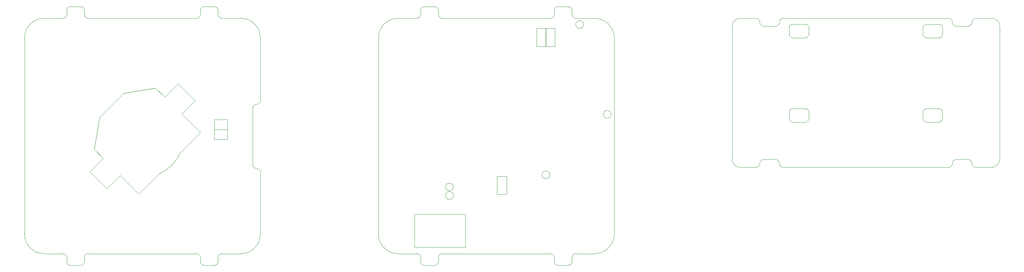
<source format=gbr>
%TF.GenerationSoftware,KiCad,Pcbnew,7.0.2*%
%TF.CreationDate,2023-05-26T09:26:57+02:00*%
%TF.ProjectId,kleinvoet,6b6c6569-6e76-46f6-9574-2e6b69636164,C*%
%TF.SameCoordinates,Original*%
%TF.FileFunction,Other,User*%
%FSLAX46Y46*%
G04 Gerber Fmt 4.6, Leading zero omitted, Abs format (unit mm)*
G04 Created by KiCad (PCBNEW 7.0.2) date 2023-05-26 09:26:57*
%MOMM*%
%LPD*%
G01*
G04 APERTURE LIST*
%ADD10C,0.050000*%
%TA.AperFunction,Profile*%
%ADD11C,0.050000*%
%TD*%
G04 APERTURE END LIST*
D10*
%TO.C,TP902*%
X173200000Y-56500000D02*
G75*
G03*
X173200000Y-56500000I-1000000J0D01*
G01*
%TO.C,JP401*%
X156450000Y-34550000D02*
X158950000Y-34550000D01*
X156450000Y-34550000D02*
X156450000Y-39150000D01*
X158950000Y-39150000D02*
X158950000Y-34550000D01*
X158950000Y-39150000D02*
X156450000Y-39150000D01*
%TO.C,JP402*%
X154250000Y-34550000D02*
X156750000Y-34550000D01*
X154250000Y-34550000D02*
X154250000Y-39150000D01*
X156750000Y-39150000D02*
X156750000Y-34550000D01*
X156750000Y-39150000D02*
X154250000Y-39150000D01*
%TO.C,TP406*%
X133075000Y-77175000D02*
G75*
G03*
X133075000Y-77175000I-1000000J0D01*
G01*
%TO.C,TP407*%
X133075000Y-75025000D02*
G75*
G03*
X133075000Y-75025000I-1000000J0D01*
G01*
%TO.C,TP904*%
X166200000Y-33600000D02*
G75*
G03*
X166200000Y-33600000I-1000000J0D01*
G01*
%TO.C,J202*%
X136150000Y-90450000D02*
X123150000Y-90450000D01*
X136150000Y-81950000D02*
X136150000Y-90450000D01*
X123150000Y-90450000D02*
X123150000Y-81950000D01*
X123150000Y-81950000D02*
X136150000Y-81950000D01*
%TO.C,JP1401*%
X144150000Y-72300000D02*
X146650000Y-72300000D01*
X144150000Y-72300000D02*
X144150000Y-76900000D01*
X146650000Y-76900000D02*
X146650000Y-72300000D01*
X146650000Y-76900000D02*
X144150000Y-76900000D01*
%TO.C,JP2*%
X75600000Y-57825000D02*
X75600000Y-60325000D01*
X75600000Y-57825000D02*
X72300000Y-57825000D01*
X72300000Y-60325000D02*
X75600000Y-60325000D01*
X72300000Y-60325000D02*
X72300000Y-57825000D01*
%TO.C,TP903*%
X157600000Y-71900000D02*
G75*
G03*
X157600000Y-71900000I-1000000J0D01*
G01*
%TO.C,BT301*%
X40635682Y-71092211D02*
X44949033Y-75405562D01*
X44949033Y-75405562D02*
X48343146Y-72011450D01*
X41696342Y-65364646D02*
X44029794Y-67698098D01*
X44029794Y-67698098D02*
X40635682Y-71092211D01*
X48343146Y-72011450D02*
X53116117Y-76784420D01*
X53116117Y-76784420D02*
X58171930Y-71728607D01*
X43110556Y-57232918D02*
X41696342Y-65364646D01*
X49191674Y-51151800D02*
X43110556Y-57232918D01*
X57323402Y-49737586D02*
X49191674Y-51151800D01*
X59656854Y-52071038D02*
X57323402Y-49737586D01*
X63970206Y-56384390D02*
X67364318Y-52990277D01*
X68743176Y-61157361D02*
X63687363Y-66213174D01*
X68743176Y-61157361D02*
X63970206Y-56384390D01*
X63050967Y-48676926D02*
X59656854Y-52071038D01*
X67364318Y-52990277D02*
X63050967Y-48676926D01*
X58171930Y-71728607D02*
G75*
G03*
X63687363Y-66213174I-4171926J9687359D01*
G01*
%TO.C,JP1*%
X75600000Y-60375000D02*
X75600000Y-62875000D01*
X75600000Y-60375000D02*
X72300000Y-60375000D01*
X72300000Y-62875000D02*
X75600000Y-62875000D01*
X72300000Y-62875000D02*
X72300000Y-60375000D01*
%TD*%
D11*
X169000000Y-92000000D02*
G75*
G03*
X174000000Y-87000000I0J5000000D01*
G01*
X174000000Y-37000000D02*
G75*
G03*
X169000000Y-32000000I-5000000J0D01*
G01*
X174000000Y-87000000D02*
X174000000Y-37000000D01*
X169000000Y-32000000D02*
X164500000Y-32000000D01*
X114000000Y-87000000D02*
G75*
G03*
X119000000Y-92000000I5000000J0D01*
G01*
X119000000Y-32000000D02*
G75*
G03*
X114000000Y-37000000I0J-5000000D01*
G01*
X164500000Y-92000000D02*
X169000000Y-92000000D01*
X33500000Y-32000000D02*
X29000000Y-32000000D01*
X24000000Y-37000000D02*
X24000000Y-87000000D01*
X79000000Y-92000000D02*
G75*
G03*
X84000000Y-87000000I0J5000000D01*
G01*
X24000000Y-87000000D02*
G75*
G03*
X29000000Y-92000000I5000000J0D01*
G01*
X29000000Y-32000000D02*
G75*
G03*
X24000000Y-37000000I0J-5000000D01*
G01*
X29000000Y-92000000D02*
X33500000Y-92000000D01*
X83999937Y-36975063D02*
G75*
G03*
X79000001Y-31975063I-4999937J63D01*
G01*
X124750000Y-93000000D02*
X124750000Y-94000000D01*
X129250000Y-93000000D02*
X129250000Y-94000000D01*
X130500000Y-92000000D02*
X130250000Y-92000000D01*
X123750000Y-92000000D02*
X123500000Y-92000000D01*
X74500000Y-92000000D02*
X74250000Y-92000000D01*
X124750000Y-93000000D02*
G75*
G03*
X123750000Y-92000000I-1000000J0D01*
G01*
X130250000Y-92000000D02*
G75*
G03*
X129250000Y-93000000I0J-1000000D01*
G01*
X123500000Y-92000000D02*
X119000000Y-92000000D01*
X128250000Y-95000000D02*
G75*
G03*
X129250000Y-94000000I0J1000000D01*
G01*
X74250000Y-92000000D02*
G75*
G03*
X73250000Y-93000000I0J-1000000D01*
G01*
X68750000Y-93000000D02*
G75*
G03*
X67750000Y-92000000I-1000000J0D01*
G01*
X68750000Y-94000000D02*
G75*
G03*
X69750000Y-95000000I1000000J0D01*
G01*
X72250000Y-95000000D02*
X69750000Y-95000000D01*
X72250000Y-95000000D02*
G75*
G03*
X73250000Y-94000000I0J1000000D01*
G01*
X68750000Y-93000000D02*
X68750000Y-94000000D01*
X73250000Y-93000000D02*
X73250000Y-94000000D01*
X157500000Y-92000000D02*
X130500000Y-92000000D01*
X40201249Y-92000000D02*
X67750000Y-92000000D01*
X74500000Y-92000000D02*
X79000000Y-92000000D01*
X40500000Y-32000000D02*
X67500000Y-32000000D01*
X74500000Y-32000000D02*
X79000001Y-31975063D01*
X157500000Y-32000000D02*
X130500000Y-32000000D01*
X123500000Y-32000000D02*
X119000000Y-32000000D01*
X114000000Y-37000000D02*
X114000000Y-87000000D01*
X84000000Y-71250000D02*
X84000000Y-87000000D01*
X128250000Y-95000000D02*
X125750000Y-95000000D01*
X257500000Y-34500000D02*
G75*
G03*
X256500000Y-33500000I-1000000J0D01*
G01*
X260000000Y-33000000D02*
G75*
G03*
X261000000Y-34000000I1000000J0D01*
G01*
X253500000Y-58500000D02*
X256500000Y-58500000D01*
X211000000Y-33000000D02*
G75*
G03*
X212000000Y-34000000I1000000J0D01*
G01*
X82000000Y-69250000D02*
G75*
G03*
X83000000Y-70250000I1000000J0D01*
G01*
X162250000Y-95000000D02*
G75*
G03*
X163250000Y-94000000I0J1000000D01*
G01*
X158750000Y-31000000D02*
X158750000Y-30000000D01*
X73250000Y-30000000D02*
G75*
G03*
X72250000Y-29000000I-1000000J0D01*
G01*
X163250000Y-93000000D02*
X163250000Y-94000000D01*
X218500000Y-56000000D02*
X218500000Y-57500000D01*
X35750000Y-29000000D02*
G75*
G03*
X34750000Y-30000000I0J-1000000D01*
G01*
X157750000Y-92000000D02*
X157500000Y-92000000D01*
X74250000Y-32000000D02*
X74500000Y-32000000D01*
X222500000Y-58500000D02*
G75*
G03*
X223500000Y-57500000I0J1000000D01*
G01*
X272000000Y-55000000D02*
X272000000Y-34000000D01*
X264000000Y-34000000D02*
G75*
G03*
X265000000Y-33000000I0J1000000D01*
G01*
X252500000Y-56000000D02*
X252500000Y-57500000D01*
X39250000Y-93000000D02*
X39250000Y-94000000D01*
X252500000Y-57500000D02*
G75*
G03*
X253500000Y-58500000I1000000J0D01*
G01*
X157500000Y-32000000D02*
X157750000Y-32000000D01*
X163250000Y-30000000D02*
G75*
G03*
X162250000Y-29000000I-1000000J0D01*
G01*
X67750000Y-32000000D02*
G75*
G03*
X68750000Y-31000000I0J1000000D01*
G01*
X270000000Y-70000000D02*
G75*
G03*
X272000000Y-68000000I0J2000000D01*
G01*
X223500000Y-56000000D02*
G75*
G03*
X222500000Y-55000000I-1000000J0D01*
G01*
X34750000Y-31000000D02*
X34750000Y-30000000D01*
X35750000Y-29000000D02*
X38250000Y-29000000D01*
X222500000Y-33500000D02*
X219500000Y-33500000D01*
X33500000Y-32000000D02*
X33750000Y-32000000D01*
X272000000Y-68000000D02*
X272000000Y-55000000D01*
X34750000Y-93000000D02*
G75*
G03*
X33750000Y-92000000I-1000000J0D01*
G01*
X33750000Y-92000000D02*
X33500000Y-92000000D01*
X261000000Y-34000000D02*
X264000000Y-34000000D01*
X40201249Y-91999999D02*
G75*
G03*
X39250000Y-93000000I24351J-975601D01*
G01*
X38250000Y-95000000D02*
X35750000Y-95000000D01*
X158750000Y-93000000D02*
G75*
G03*
X157750000Y-92000000I-1000000J0D01*
G01*
X212000000Y-34000000D02*
X215000000Y-34000000D01*
X252500000Y-34500000D02*
X252500000Y-36000000D01*
X222500000Y-55000000D02*
X219500000Y-55000000D01*
X212000000Y-68000000D02*
G75*
G03*
X211000000Y-69000000I0J-1000000D01*
G01*
X219500000Y-58500000D02*
X222500000Y-58500000D01*
X223500000Y-57500000D02*
X223500000Y-56000000D01*
X257500000Y-36000000D02*
X257500000Y-34500000D01*
X264000000Y-68000000D02*
X261000000Y-68000000D01*
X253500000Y-37000000D02*
X256500000Y-37000000D01*
X129250000Y-31000000D02*
G75*
G03*
X130250000Y-32000000I1000000J0D01*
G01*
X129250000Y-30000000D02*
G75*
G03*
X128250000Y-29000000I-1000000J0D01*
G01*
X34750000Y-94000000D02*
G75*
G03*
X35750000Y-95000000I1000000J0D01*
G01*
X83000000Y-53925000D02*
G75*
G03*
X84000000Y-52925000I0J1000000D01*
G01*
X223500000Y-34500000D02*
G75*
G03*
X222500000Y-33500000I-1000000J0D01*
G01*
X216000000Y-69000000D02*
G75*
G03*
X217000000Y-70000000I1000000J0D01*
G01*
X163250000Y-31000000D02*
G75*
G03*
X164250000Y-32000000I1000000J0D01*
G01*
X204000000Y-68000000D02*
G75*
G03*
X206000000Y-70000000I2000000J0D01*
G01*
X39250000Y-31000000D02*
X39250000Y-30000000D01*
X265000000Y-69000000D02*
G75*
G03*
X266000000Y-70000000I1000000J0D01*
G01*
X266000000Y-32000000D02*
G75*
G03*
X265000000Y-33000000I0J-1000000D01*
G01*
X219500000Y-33500000D02*
G75*
G03*
X218500000Y-34500000I0J-1000000D01*
G01*
X256500000Y-37000000D02*
G75*
G03*
X257500000Y-36000000I0J1000000D01*
G01*
X265000000Y-69000000D02*
G75*
G03*
X264000000Y-68000000I-1000000J0D01*
G01*
X163250000Y-31000000D02*
X163250000Y-30000000D01*
X84000000Y-71250000D02*
G75*
G03*
X83000000Y-70250000I-1000000J0D01*
G01*
X252500000Y-36000000D02*
G75*
G03*
X253500000Y-37000000I1000000J0D01*
G01*
X67500000Y-32000000D02*
X67750000Y-32000000D01*
X40250000Y-32000000D02*
X40500000Y-32000000D01*
X125750000Y-29000000D02*
G75*
G03*
X124750000Y-30000000I0J-1000000D01*
G01*
X253500000Y-55000000D02*
G75*
G03*
X252500000Y-56000000I0J-1000000D01*
G01*
X217000000Y-70000000D02*
X259000000Y-70000000D01*
X83000000Y-53925000D02*
G75*
G03*
X82000000Y-54925000I0J-1000000D01*
G01*
X130250000Y-32000000D02*
X130500000Y-32000000D01*
X129250000Y-31000000D02*
X129250000Y-30000000D01*
X259000000Y-32000000D02*
X217000000Y-32000000D01*
X217000000Y-32000000D02*
G75*
G03*
X216000000Y-33000000I0J-1000000D01*
G01*
X257500000Y-56000000D02*
G75*
G03*
X256500000Y-55000000I-1000000J0D01*
G01*
X257500000Y-57500000D02*
X257500000Y-56000000D01*
X159750000Y-29000000D02*
X162250000Y-29000000D01*
X69750000Y-29000000D02*
X72250000Y-29000000D01*
X219500000Y-37000000D02*
X222500000Y-37000000D01*
X210000000Y-70000000D02*
X206000000Y-70000000D01*
X158750000Y-94000000D02*
G75*
G03*
X159750000Y-95000000I1000000J0D01*
G01*
X218500000Y-57500000D02*
G75*
G03*
X219500000Y-58500000I1000000J0D01*
G01*
X256500000Y-33500000D02*
X253500000Y-33500000D01*
X123500000Y-32000000D02*
X123750000Y-32000000D01*
X222500000Y-37000000D02*
G75*
G03*
X223500000Y-36000000I0J1000000D01*
G01*
X206000000Y-32000000D02*
G75*
G03*
X204000000Y-34000000I0J-2000000D01*
G01*
X34750000Y-93000000D02*
X34750000Y-94000000D01*
X215000000Y-34000000D02*
G75*
G03*
X216000000Y-33000000I0J1000000D01*
G01*
X39250000Y-31000000D02*
G75*
G03*
X40250000Y-32000000I1000000J0D01*
G01*
X84000000Y-52925000D02*
X84000000Y-36975063D01*
X259000000Y-70000000D02*
G75*
G03*
X260000000Y-69000000I0J1000000D01*
G01*
X123750000Y-32000000D02*
G75*
G03*
X124750000Y-31000000I0J1000000D01*
G01*
X73250000Y-31000000D02*
X73250000Y-30000000D01*
X272000000Y-34000000D02*
G75*
G03*
X270000000Y-32000000I-2000000J0D01*
G01*
X256500000Y-58500000D02*
G75*
G03*
X257500000Y-57500000I0J1000000D01*
G01*
X218500000Y-36000000D02*
G75*
G03*
X219500000Y-37000000I1000000J0D01*
G01*
X68750000Y-31000000D02*
X68750000Y-30000000D01*
X39250000Y-30000000D02*
G75*
G03*
X38250000Y-29000000I-1000000J0D01*
G01*
X215000000Y-68000000D02*
X212000000Y-68000000D01*
X270000000Y-70000000D02*
X266000000Y-70000000D01*
X33750000Y-32000000D02*
G75*
G03*
X34750000Y-31000000I0J1000000D01*
G01*
X164500000Y-92000000D02*
X164250000Y-92000000D01*
X210000000Y-70000000D02*
G75*
G03*
X211000000Y-69000000I0J1000000D01*
G01*
X73250000Y-31000000D02*
G75*
G03*
X74250000Y-32000000I1000000J0D01*
G01*
X223500000Y-36000000D02*
X223500000Y-34500000D01*
X124750000Y-94000000D02*
G75*
G03*
X125750000Y-95000000I1000000J0D01*
G01*
X219500000Y-55000000D02*
G75*
G03*
X218500000Y-56000000I0J-1000000D01*
G01*
X210000000Y-32000000D02*
X206000000Y-32000000D01*
X260000000Y-33000000D02*
G75*
G03*
X259000000Y-32000000I-1000000J0D01*
G01*
X164250000Y-32000000D02*
X164500000Y-32000000D01*
X256500000Y-55000000D02*
X253500000Y-55000000D01*
X253500000Y-33500000D02*
G75*
G03*
X252500000Y-34500000I0J-1000000D01*
G01*
X82000000Y-54925000D02*
X82000000Y-69250000D01*
X125750000Y-29000000D02*
X128250000Y-29000000D01*
X159750000Y-29000000D02*
G75*
G03*
X158750000Y-30000000I0J-1000000D01*
G01*
X124750000Y-31000000D02*
X124750000Y-30000000D01*
X211000000Y-33000000D02*
G75*
G03*
X210000000Y-32000000I-1000000J0D01*
G01*
X204000000Y-34000000D02*
X204000000Y-68000000D01*
X38250000Y-95000000D02*
G75*
G03*
X39250000Y-94000000I0J1000000D01*
G01*
X216000000Y-69000000D02*
G75*
G03*
X215000000Y-68000000I-1000000J0D01*
G01*
X164250000Y-92000000D02*
G75*
G03*
X163250000Y-93000000I0J-1000000D01*
G01*
X218500000Y-34500000D02*
X218500000Y-36000000D01*
X157750000Y-32000000D02*
G75*
G03*
X158750000Y-31000000I0J1000000D01*
G01*
X266000000Y-32000000D02*
X270000000Y-32000000D01*
X158750000Y-93000000D02*
X158750000Y-94000000D01*
X69750000Y-29000000D02*
G75*
G03*
X68750000Y-30000000I0J-1000000D01*
G01*
X162250000Y-95000000D02*
X159750000Y-95000000D01*
X261000000Y-68000000D02*
G75*
G03*
X260000000Y-69000000I0J-1000000D01*
G01*
M02*

</source>
